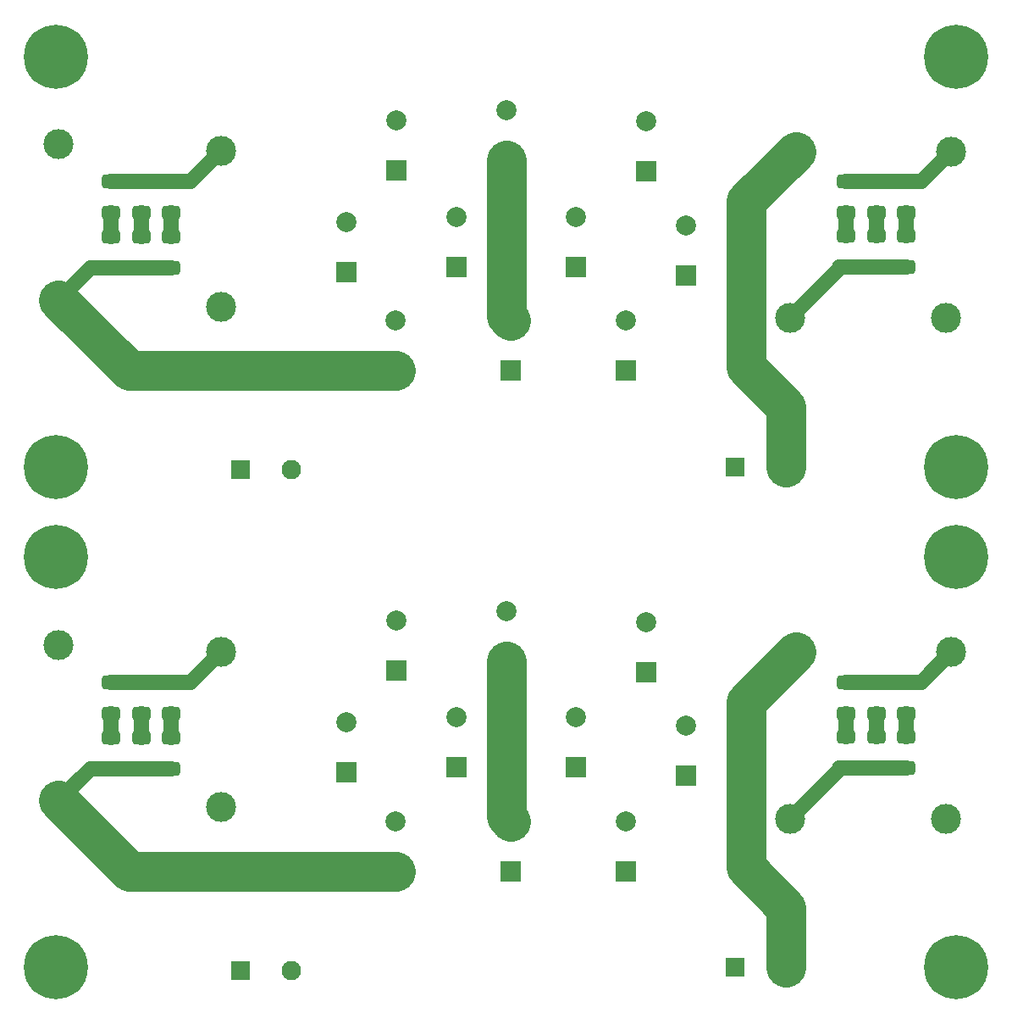
<source format=gbl>
G04 #@! TF.GenerationSoftware,KiCad,Pcbnew,7.0.1*
G04 #@! TF.CreationDate,2023-06-27T15:11:53+02:00*
G04 #@! TF.ProjectId,K_PSU_dual_filter,4b5f5053-555f-4647-9561-6c5f66696c74,rev?*
G04 #@! TF.SameCoordinates,Original*
G04 #@! TF.FileFunction,Copper,L2,Bot*
G04 #@! TF.FilePolarity,Positive*
%FSLAX46Y46*%
G04 Gerber Fmt 4.6, Leading zero omitted, Abs format (unit mm)*
G04 Created by KiCad (PCBNEW 7.0.1) date 2023-06-27 15:11:53*
%MOMM*%
%LPD*%
G01*
G04 APERTURE LIST*
G04 Aperture macros list*
%AMRoundRect*
0 Rectangle with rounded corners*
0 $1 Rounding radius*
0 $2 $3 $4 $5 $6 $7 $8 $9 X,Y pos of 4 corners*
0 Add a 4 corners polygon primitive as box body*
4,1,4,$2,$3,$4,$5,$6,$7,$8,$9,$2,$3,0*
0 Add four circle primitives for the rounded corners*
1,1,$1+$1,$2,$3*
1,1,$1+$1,$4,$5*
1,1,$1+$1,$6,$7*
1,1,$1+$1,$8,$9*
0 Add four rect primitives between the rounded corners*
20,1,$1+$1,$2,$3,$4,$5,0*
20,1,$1+$1,$4,$5,$6,$7,0*
20,1,$1+$1,$6,$7,$8,$9,0*
20,1,$1+$1,$8,$9,$2,$3,0*%
G04 Aperture macros list end*
G04 #@! TA.AperFunction,ComponentPad*
%ADD10R,2.000000X2.000000*%
G04 #@! TD*
G04 #@! TA.AperFunction,ComponentPad*
%ADD11C,2.000000*%
G04 #@! TD*
G04 #@! TA.AperFunction,ComponentPad*
%ADD12C,6.400000*%
G04 #@! TD*
G04 #@! TA.AperFunction,ComponentPad*
%ADD13C,3.000000*%
G04 #@! TD*
G04 #@! TA.AperFunction,ComponentPad*
%ADD14R,1.950000X1.950000*%
G04 #@! TD*
G04 #@! TA.AperFunction,ComponentPad*
%ADD15C,1.950000*%
G04 #@! TD*
G04 #@! TA.AperFunction,SMDPad,CuDef*
%ADD16RoundRect,0.250000X0.650000X-0.412500X0.650000X0.412500X-0.650000X0.412500X-0.650000X-0.412500X0*%
G04 #@! TD*
G04 #@! TA.AperFunction,Conductor*
%ADD17C,1.500000*%
G04 #@! TD*
G04 #@! TA.AperFunction,Conductor*
%ADD18C,4.000000*%
G04 #@! TD*
G04 APERTURE END LIST*
D10*
X154000000Y-50367677D03*
D11*
X154000000Y-45367677D03*
D12*
X109000000Y-131000000D03*
D10*
X154450000Y-71367677D03*
D11*
X154450000Y-66367677D03*
D13*
X109260478Y-48760478D03*
X109260478Y-64316827D03*
D10*
X168000000Y-51500000D03*
D11*
X168000000Y-46500000D03*
D14*
X176920000Y-131000000D03*
D15*
X182000000Y-131000000D03*
D10*
X142900000Y-121367677D03*
D11*
X142900000Y-116367677D03*
D13*
X125500000Y-115000000D03*
X125500000Y-99443651D03*
D10*
X143000000Y-101367677D03*
D11*
X143000000Y-96367677D03*
D14*
X176920000Y-81000000D03*
D15*
X182000000Y-81000000D03*
D13*
X182380239Y-66119761D03*
X197936588Y-66119761D03*
D12*
X109000000Y-40000000D03*
D10*
X166000000Y-121367677D03*
D11*
X166000000Y-116367677D03*
D12*
X199000000Y-81000000D03*
D10*
X142900000Y-71367677D03*
D11*
X142900000Y-66367677D03*
D10*
X172000000Y-61867677D03*
D11*
X172000000Y-56867677D03*
D10*
X138000000Y-61500000D03*
D11*
X138000000Y-56500000D03*
D13*
X198500000Y-99500000D03*
X182943651Y-99500000D03*
D10*
X138000000Y-111500000D03*
D11*
X138000000Y-106500000D03*
D10*
X172000000Y-111867677D03*
D11*
X172000000Y-106867677D03*
D10*
X143000000Y-51367677D03*
D11*
X143000000Y-46367677D03*
D10*
X154000000Y-100367677D03*
D11*
X154000000Y-95367677D03*
D12*
X109000000Y-90000000D03*
D10*
X168000000Y-101500000D03*
D11*
X168000000Y-96500000D03*
D10*
X149000000Y-61000000D03*
D11*
X149000000Y-56000000D03*
D13*
X125500000Y-65000000D03*
X125500000Y-49443651D03*
D14*
X127460000Y-131300000D03*
D15*
X132540000Y-131300000D03*
D10*
X166000000Y-71367677D03*
D11*
X166000000Y-66367677D03*
D14*
X127460000Y-81300000D03*
D15*
X132540000Y-81300000D03*
D12*
X109000000Y-81000000D03*
D13*
X182380239Y-116119761D03*
X197936588Y-116119761D03*
D10*
X154450000Y-121367677D03*
D11*
X154450000Y-116367677D03*
D10*
X149000000Y-111000000D03*
D11*
X149000000Y-106000000D03*
D10*
X161000000Y-111000000D03*
D11*
X161000000Y-106000000D03*
D10*
X161000000Y-61000000D03*
D11*
X161000000Y-56000000D03*
D12*
X199000000Y-90000000D03*
D13*
X198500000Y-49500000D03*
X182943651Y-49500000D03*
D12*
X199000000Y-131000000D03*
D13*
X109260478Y-98760478D03*
X109260478Y-114316827D03*
D12*
X199000000Y-40000000D03*
D16*
X188000000Y-105625000D03*
X188000000Y-102500000D03*
X120500000Y-55625000D03*
X120500000Y-52500000D03*
X188000000Y-61062500D03*
X188000000Y-57937500D03*
X117500000Y-61125000D03*
X117500000Y-58000000D03*
X194000000Y-105625000D03*
X194000000Y-102500000D03*
X120500000Y-61125000D03*
X120500000Y-58000000D03*
X114500000Y-105625000D03*
X114500000Y-102500000D03*
X117500000Y-55625000D03*
X117500000Y-52500000D03*
X120500000Y-105625000D03*
X120500000Y-102500000D03*
X191000000Y-111062500D03*
X191000000Y-107937500D03*
X191000000Y-55625000D03*
X191000000Y-52500000D03*
X194000000Y-55625000D03*
X194000000Y-52500000D03*
X194000000Y-61062500D03*
X194000000Y-57937500D03*
X117500000Y-111125000D03*
X117500000Y-108000000D03*
X194000000Y-111062500D03*
X194000000Y-107937500D03*
X114500000Y-111125000D03*
X114500000Y-108000000D03*
X188000000Y-55625000D03*
X188000000Y-52500000D03*
X120500000Y-111125000D03*
X120500000Y-108000000D03*
X117500000Y-105625000D03*
X117500000Y-102500000D03*
X188000000Y-111062500D03*
X188000000Y-107937500D03*
X114500000Y-61125000D03*
X114500000Y-58000000D03*
X114500000Y-55625000D03*
X114500000Y-52500000D03*
X191000000Y-105625000D03*
X191000000Y-102500000D03*
X191000000Y-61062500D03*
X191000000Y-57937500D03*
D17*
X120500000Y-61125000D02*
X117500000Y-61125000D01*
X112452305Y-111125000D02*
X109260478Y-114316827D01*
X114500000Y-111125000D02*
X112452305Y-111125000D01*
X188000000Y-111062500D02*
X187437500Y-111062500D01*
X117500000Y-61125000D02*
X114500000Y-61125000D01*
D18*
X116311328Y-71367677D02*
X109260478Y-64316827D01*
D17*
X188000000Y-61062500D02*
X187322500Y-61062500D01*
D18*
X116311328Y-121367677D02*
X109260478Y-114316827D01*
D17*
X188000000Y-111062500D02*
X191000000Y-111062500D01*
X188000000Y-61062500D02*
X191000000Y-61062500D01*
D18*
X142900000Y-71367677D02*
X116311328Y-71367677D01*
D17*
X187437500Y-111062500D02*
X182380239Y-116119761D01*
X117500000Y-111125000D02*
X114500000Y-111125000D01*
X188000000Y-61062500D02*
X187437500Y-61062500D01*
X187437500Y-61062500D02*
X182380239Y-66119761D01*
X120500000Y-111125000D02*
X117500000Y-111125000D01*
X188000000Y-111062500D02*
X187322500Y-111062500D01*
X114500000Y-61125000D02*
X112452305Y-61125000D01*
X194000000Y-111062500D02*
X191000000Y-111062500D01*
X194000000Y-61062500D02*
X191000000Y-61062500D01*
D18*
X142900000Y-121367677D02*
X116311328Y-121367677D01*
D17*
X112452305Y-61125000D02*
X109260478Y-64316827D01*
X120500000Y-108000000D02*
X120500000Y-105625000D01*
X120500000Y-58000000D02*
X120500000Y-55625000D01*
X120500000Y-102500000D02*
X122443651Y-102500000D01*
X114500000Y-52500000D02*
X117500000Y-52500000D01*
X120500000Y-52500000D02*
X122443651Y-52500000D01*
X195500000Y-52500000D02*
X198500000Y-49500000D01*
X122443651Y-102500000D02*
X125500000Y-99443651D01*
X194000000Y-52500000D02*
X195500000Y-52500000D01*
X122443651Y-52500000D02*
X125500000Y-49443651D01*
X191000000Y-102500000D02*
X188000000Y-102500000D01*
X194000000Y-52500000D02*
X191000000Y-52500000D01*
X191000000Y-52500000D02*
X188000000Y-52500000D01*
X117500000Y-52500000D02*
X120500000Y-52500000D01*
X117500000Y-102500000D02*
X120500000Y-102500000D01*
X195500000Y-102500000D02*
X198500000Y-99500000D01*
X114500000Y-102500000D02*
X117500000Y-102500000D01*
X194000000Y-102500000D02*
X191000000Y-102500000D01*
X194000000Y-102500000D02*
X195500000Y-102500000D01*
X117500000Y-108000000D02*
X117500000Y-105625000D01*
X117500000Y-58000000D02*
X117500000Y-55625000D01*
X114500000Y-108000000D02*
X114500000Y-105625000D01*
X114500000Y-58000000D02*
X114500000Y-55625000D01*
D18*
X154000000Y-100367677D02*
X154000000Y-115917677D01*
X154000000Y-65917677D02*
X154450000Y-66367677D01*
X154000000Y-115917677D02*
X154450000Y-116367677D01*
X154000000Y-50367677D02*
X154000000Y-65917677D01*
D17*
X188000000Y-55625000D02*
X188000000Y-57937500D01*
X188000000Y-105625000D02*
X188000000Y-107937500D01*
X191000000Y-55625000D02*
X191000000Y-57937500D01*
X191000000Y-105625000D02*
X191000000Y-107937500D01*
X194000000Y-55625000D02*
X194000000Y-57937500D01*
X194000000Y-105625000D02*
X194000000Y-107937500D01*
D18*
X182000000Y-125000000D02*
X178000000Y-121000000D01*
X178000000Y-121000000D02*
X178000000Y-104443651D01*
X182000000Y-81000000D02*
X182000000Y-75000000D01*
X178000000Y-104443651D02*
X182943651Y-99500000D01*
X178000000Y-54443651D02*
X182943651Y-49500000D01*
X178000000Y-71000000D02*
X178000000Y-54443651D01*
X182000000Y-131000000D02*
X182000000Y-125000000D01*
X182000000Y-75000000D02*
X178000000Y-71000000D01*
M02*

</source>
